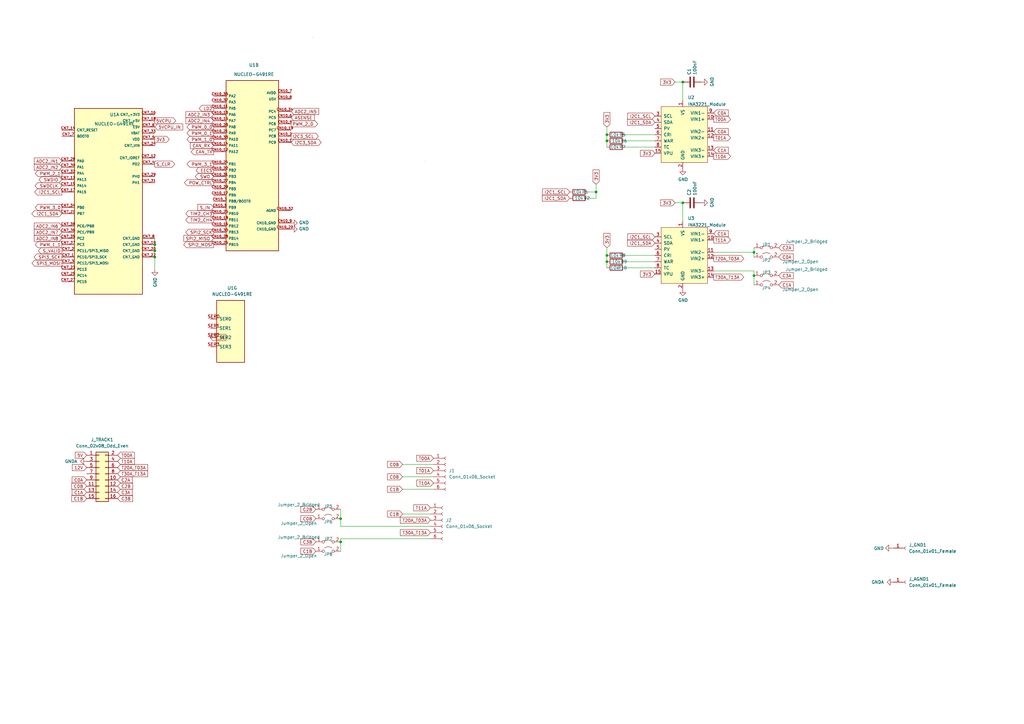
<source format=kicad_sch>
(kicad_sch (version 20230121) (generator eeschema)
  (paper "A3")
  (title_block (title "Template G4 V2") (date "2024-01-07") (company "DBN"))
  (junction (at 309.245 103.505))
  (junction (at 280.035 33.655))
  (junction (at 139.7 222.25))
  (junction (at 248.92 104.775))
  (junction (at 63.5 102.87))
  (junction (at 244.475 78.74))
  (junction (at 63.5 105.41))
  (junction (at 309.245 113.03))
  (junction (at 280.035 83.185))
  (junction (at 139.7 212.725))
  (junction (at 248.92 55.245))
  (junction (at 248.92 107.315))
  (junction (at 248.92 57.785))
  (junction (at 63.5 100.33))
  (wire (pts (xy 139.7 212.725) (xy 139.7 215.9)))
  (wire (pts (xy 248.92 52.07) (xy 248.92 55.245)))
  (wire (pts (xy 276.86 33.655) (xy 280.035 33.655)))
  (wire (pts (xy 280.035 83.185) (xy 280.035 90.805)))
  (wire (pts (xy 63.5 105.41) (xy 63.5 110.49)))
  (wire (pts (xy 256.54 55.245) (xy 268.605 55.245)))
  (wire (pts (xy 139.7 222.25) (xy 139.7 226.06)))
  (wire (pts (xy 309.245 101.6) (xy 309.245 103.505)))
  (wire (pts (xy 292.735 111.125) (xy 309.245 111.125)))
  (wire (pts (xy 309.245 111.125) (xy 309.245 113.03)))
  (wire (pts (xy 244.475 78.74) (xy 244.475 81.28)))
  (wire (pts (xy 256.54 107.315) (xy 268.605 107.315)))
  (wire (pts (xy 139.7 220.98) (xy 139.7 222.25)))
  (wire (pts (xy 63.5 102.87) (xy 63.5 105.41)))
  (wire (pts (xy 165.1 195.58) (xy 177.8 195.58)))
  (wire (pts (xy 248.92 107.315) (xy 248.92 109.855)))
  (wire (pts (xy 256.54 57.785) (xy 268.605 57.785)))
  (wire (pts (xy 248.92 104.775) (xy 248.92 107.315)))
  (wire (pts (xy 176.53 220.98) (xy 139.7 220.98)))
  (wire (pts (xy 309.245 103.505) (xy 309.245 105.41)))
  (wire (pts (xy 292.735 103.505) (xy 309.245 103.505)))
  (wire (pts (xy 241.3 81.28) (xy 244.475 81.28)))
  (wire (pts (xy 241.3 78.74) (xy 244.475 78.74)))
  (wire (pts (xy 248.92 57.785) (xy 248.92 60.325)))
  (wire (pts (xy 63.5 97.79) (xy 63.5 100.33)))
  (wire (pts (xy 256.54 109.855) (xy 268.605 109.855)))
  (wire (pts (xy 365.76 224.79) (xy 366.395 224.79)))
  (wire (pts (xy 276.86 83.185) (xy 280.035 83.185)))
  (wire (pts (xy 139.7 215.9) (xy 176.53 215.9)))
  (wire (pts (xy 248.92 101.6) (xy 248.92 104.775)))
  (wire (pts (xy 139.7 208.915) (xy 139.7 212.725)))
  (wire (pts (xy 244.475 75.565) (xy 244.475 78.74)))
  (wire (pts (xy 256.54 60.325) (xy 268.605 60.325)))
  (wire (pts (xy 280.035 33.655) (xy 280.035 41.275)))
  (wire (pts (xy 165.1 210.82) (xy 176.53 210.82)))
  (wire (pts (xy 256.54 104.775) (xy 268.605 104.775)))
  (wire (pts (xy 165.1 200.66) (xy 177.8 200.66)))
  (wire (pts (xy 309.245 113.03) (xy 309.245 116.84)))
  (wire (pts (xy 63.5 100.33) (xy 63.5 102.87)))
  (wire (pts (xy 165.1 190.5) (xy 177.8 190.5)))
  (wire (pts (xy 248.92 55.245) (xy 248.92 57.785)))
  (global_label "C0A" (shape input) (at 319.405 105.41 0) (property "Intersheetrefs" "${INTERSHEET_REFS}" (effects hide)))
  (global_label "T20A_T03A" (shape input) (at 176.53 213.36 180) (property "Intersheetrefs" "${INTERSHEET_REFS}" (effects hide)))
  (global_label "PWM_3_1" (shape output) (at 87.63 67.31 180) (property "Intersheetrefs" "${INTERSHEET_REFS}" (effects hide)))
  (global_label "C3A" (shape input) (at 319.405 113.03 0) (property "Intersheetrefs" "${INTERSHEET_REFS}" (effects hide)))
  (global_label "PWM_2_0" (shape output) (at 119.38 50.8 0) (property "Intersheetrefs" "${INTERSHEET_REFS}" (effects hide)))
  (global_label "T30A_T13A" (shape input) (at 176.53 218.44 180) (property "Intersheetrefs" "${INTERSHEET_REFS}" (effects hide)))
  (global_label "T11A" (shape output) (at 292.735 98.425 0) (property "Intersheetrefs" "${INTERSHEET_REFS}" (effects hide)))
  (global_label "T01A" (shape input) (at 177.8 193.04 180) (property "Intersheetrefs" "${INTERSHEET_REFS}" (effects hide)))
  (global_label "T30A_T13A" (shape output) (at 292.735 113.665 0) (property "Intersheetrefs" "${INTERSHEET_REFS}" (effects hide)))
  (global_label "I2C3_SDA" (shape bidirectional) (at 119.38 58.42 0) (property "Intersheetrefs" "${INTERSHEET_REFS}" (effects hide)))
  (global_label "I2C1_SCL" (shape input) (at 268.605 47.625 180) (property "Intersheetrefs" "${INTERSHEET_REFS}" (effects hide)))
  (global_label "C3B" (shape input) (at 129.54 222.25 180) (property "Intersheetrefs" "${INTERSHEET_REFS}" (effects hide)))
  (global_label "T10A" (shape input) (at 48.26 189.23 0) (property "Intersheetrefs" "${INTERSHEET_REFS}" (effects hide)))
  (global_label "C0B" (shape input) (at 165.1 190.5 180) (property "Intersheetrefs" "${INTERSHEET_REFS}" (effects hide)))
  (global_label "C1B" (shape input) (at 35.56 204.47 180) (property "Intersheetrefs" "${INTERSHEET_REFS}" (effects hide)))
  (global_label "C0B" (shape input) (at 129.54 212.725 180) (property "Intersheetrefs" "${INTERSHEET_REFS}" (effects hide)))
  (global_label "T10A" (shape output) (at 292.735 64.135 0) (property "Intersheetrefs" "${INTERSHEET_REFS}" (effects hide)))
  (global_label "SWO" (shape bidirectional) (at 87.63 72.39 180) (property "Intersheetrefs" "${INTERSHEET_REFS}" (effects hide)))
  (global_label "S_VALID" (shape output) (at 25.4 102.87 180) (property "Intersheetrefs" "${INTERSHEET_REFS}" (effects hide)))
  (global_label "C0B" (shape input) (at 35.56 199.39 180) (property "Intersheetrefs" "${INTERSHEET_REFS}" (effects hide)))
  (global_label "T00A" (shape input) (at 48.26 186.69 0) (property "Intersheetrefs" "${INTERSHEET_REFS}" (effects hide)))
  (global_label "T20A_T03A" (shape output) (at 292.735 106.045 0) (property "Intersheetrefs" "${INTERSHEET_REFS}" (effects hide)))
  (global_label "I2C1_SDA" (shape input) (at 268.605 99.695 180) (property "Intersheetrefs" "${INTERSHEET_REFS}" (effects hide)))
  (global_label "PWM_2_1" (shape output) (at 25.4 71.12 180) (property "Intersheetrefs" "${INTERSHEET_REFS}" (effects hide)))
  (global_label "T01A" (shape output) (at 292.735 56.515 0) (property "Intersheetrefs" "${INTERSHEET_REFS}" (effects hide)))
  (global_label "I2C1_SDA" (shape bidirectional) (at 25.4 87.63 180) (property "Intersheetrefs" "${INTERSHEET_REFS}" (effects hide)))
  (global_label "C0B" (shape input) (at 165.1 195.58 180) (property "Intersheetrefs" "${INTERSHEET_REFS}" (effects hide)))
  (global_label "5V" (shape input) (at 35.56 186.69 180) (property "Intersheetrefs" "${INTERSHEET_REFS}" (effects hide)))
  (global_label "3V3" (shape input) (at 276.86 83.185 180) (property "Intersheetrefs" "${INTERSHEET_REFS}" (effects hide)))
  (global_label "C0A" (shape input) (at 292.735 46.355 0) (property "Intersheetrefs" "${INTERSHEET_REFS}" (effects hide)))
  (global_label "C1A" (shape input) (at 319.405 116.84 0) (property "Intersheetrefs" "${INTERSHEET_REFS}" (effects hide)))
  (global_label "LD2" (shape output) (at 87.63 44.45 180) (property "Intersheetrefs" "${INTERSHEET_REFS}" (effects hide)))
  (global_label "T00A" (shape output) (at 292.735 48.895 0) (property "Intersheetrefs" "${INTERSHEET_REFS}" (effects hide)))
  (global_label "S_IN" (shape output) (at 92.71 138.43 180) (property "Intersheetrefs" "${INTERSHEET_REFS}" (effects hide)))
  (global_label "SPI2_MOSI" (shape output) (at 87.63 100.33 180) (property "Intersheetrefs" "${INTERSHEET_REFS}" (effects hide)))
  (global_label "I2C1_SDA" (shape input) (at 268.605 50.165 180) (property "Intersheetrefs" "${INTERSHEET_REFS}" (effects hide)))
  (global_label "C3A" (shape input) (at 48.26 201.93 0) (property "Intersheetrefs" "${INTERSHEET_REFS}" (effects hide)))
  (global_label "PWM_0_0" (shape output) (at 87.63 52.07 180) (property "Intersheetrefs" "${INTERSHEET_REFS}" (effects hide)))
  (global_label "PWM_1_1" (shape output) (at 25.4 100.33 180) (property "Intersheetrefs" "${INTERSHEET_REFS}" (effects hide)))
  (global_label "ADC2_IN2" (shape input) (at 25.4 68.58 180) (property "Intersheetrefs" "${INTERSHEET_REFS}" (effects hide)))
  (global_label "C0A" (shape input) (at 35.56 196.85 180) (property "Intersheetrefs" "${INTERSHEET_REFS}" (effects hide)))
  (global_label "TIM2_CH4" (shape output) (at 87.63 90.17 180) (property "Intersheetrefs" "${INTERSHEET_REFS}" (effects hide)))
  (global_label "SPI3_MOSI" (shape output) (at 25.4 107.95 180) (property "Intersheetrefs" "${INTERSHEET_REFS}" (effects hide)))
  (global_label "I2C1_SDA" (shape input) (at 233.68 81.28 180) (property "Intersheetrefs" "${INTERSHEET_REFS}" (effects hide)))
  (global_label "ADC2_IN6" (shape input) (at 25.4 92.71 180) (property "Intersheetrefs" "${INTERSHEET_REFS}" (effects hide)))
  (global_label "ADC2_IN4" (shape input) (at 87.63 49.53 180) (property "Intersheetrefs" "${INTERSHEET_REFS}" (effects hide)))
  (global_label "3V3" (shape input) (at 276.86 33.655 180) (property "Intersheetrefs" "${INTERSHEET_REFS}" (effects hide)))
  (global_label "C1A" (shape input) (at 292.735 95.885 0) (property "Intersheetrefs" "${INTERSHEET_REFS}" (effects hide)))
  (global_label "ADC2_IN3" (shape input) (at 87.63 46.99 180) (property "Intersheetrefs" "${INTERSHEET_REFS}" (effects hide)))
  (global_label "3V3" (shape input) (at 244.475 75.565 90) (property "Intersheetrefs" "${INTERSHEET_REFS}" (effects hide)))
  (global_label "CAN_TX" (shape output) (at 87.63 62.23 180) (property "Intersheetrefs" "${INTERSHEET_REFS}" (effects hide)))
  (global_label "TIM2_CH3" (shape output) (at 87.63 87.63 180) (property "Intersheetrefs" "${INTERSHEET_REFS}" (effects hide)))
  (global_label "C0A" (shape input) (at 292.735 53.975 0) (property "Intersheetrefs" "${INTERSHEET_REFS}" (effects hide)))
  (global_label "C1B" (shape input) (at 129.54 226.06 180) (property "Intersheetrefs" "${INTERSHEET_REFS}" (effects hide)))
  (global_label "POW_CTRL" (shape output) (at 87.63 74.93 180) (property "Intersheetrefs" "${INTERSHEET_REFS}" (effects hide)))
  (global_label "SPI2_MISO" (shape input) (at 87.63 97.79 180) (property "Intersheetrefs" "${INTERSHEET_REFS}" (effects hide)))
  (global_label "C1B" (shape input) (at 165.1 210.82 180) (property "Intersheetrefs" "${INTERSHEET_REFS}" (effects hide)))
  (global_label "ADC2_IN1" (shape input) (at 25.4 66.04 180) (property "Intersheetrefs" "${INTERSHEET_REFS}" (effects hide)))
  (global_label "ASENSE" (shape input) (at 119.38 48.26 0) (property "Intersheetrefs" "${INTERSHEET_REFS}" (effects hide)))
  (global_label "S_IN" (shape input) (at 87.63 85.09 180) (property "Intersheetrefs" "${INTERSHEET_REFS}" (effects hide)))
  (global_label "T30A_T13A" (shape input) (at 48.26 194.31 0) (property "Intersheetrefs" "${INTERSHEET_REFS}" (effects hide)))
  (global_label "T20A_T03A" (shape input) (at 48.26 191.77 0) (property "Intersheetrefs" "${INTERSHEET_REFS}" (effects hide)))
  (global_label "S_CLR" (shape output) (at 63.5 67.31 0) (property "Intersheetrefs" "${INTERSHEET_REFS}" (effects hide)))
  (global_label "3V3" (shape input) (at 268.605 112.395 180) (property "Intersheetrefs" "${INTERSHEET_REFS}" (effects hide)))
  (global_label "SWDIO" (shape bidirectional) (at 25.4 73.66 180) (property "Intersheetrefs" "${INTERSHEET_REFS}" (effects hide)))
  (global_label "ADC2_IN8" (shape input) (at 25.4 97.79 180) (property "Intersheetrefs" "${INTERSHEET_REFS}" (effects hide)))
  (global_label "I2C1_SCL" (shape input) (at 233.68 78.74 180) (property "Intersheetrefs" "${INTERSHEET_REFS}" (effects hide)))
  (global_label "C3B" (shape input) (at 48.26 204.47 0) (property "Intersheetrefs" "${INTERSHEET_REFS}" (effects hide)))
  (global_label "PWM_3_0" (shape output) (at 25.4 85.09 180) (property "Intersheetrefs" "${INTERSHEET_REFS}" (effects hide)))
  (global_label "C2B" (shape input) (at 48.26 199.39 0) (property "Intersheetrefs" "${INTERSHEET_REFS}" (effects hide)))
  (global_label "PWM_0_1" (shape output) (at 87.63 54.61 180) (property "Intersheetrefs" "${INTERSHEET_REFS}" (effects hide)))
  (global_label "5VCPU" (shape output) (at 63.5 49.53 0) (property "Intersheetrefs" "${INTERSHEET_REFS}" (effects hide)))
  (global_label "C2B" (shape input) (at 129.54 208.915 180) (property "Intersheetrefs" "${INTERSHEET_REFS}" (effects hide)))
  (global_label "EECS" (shape output) (at 87.63 69.85 180) (property "Intersheetrefs" "${INTERSHEET_REFS}" (effects hide)))
  (global_label "CAN_RX" (shape input) (at 87.63 59.69 180) (property "Intersheetrefs" "${INTERSHEET_REFS}" (effects hide)))
  (global_label "T00A" (shape input) (at 177.8 187.96 180) (property "Intersheetrefs" "${INTERSHEET_REFS}" (effects hide)))
  (global_label "12V" (shape input) (at 35.56 191.77 180) (property "Intersheetrefs" "${INTERSHEET_REFS}" (effects hide)))
  (global_label "SPI3_SCK" (shape output) (at 25.4 105.41 180) (property "Intersheetrefs" "${INTERSHEET_REFS}" (effects hide)))
  (global_label "I2C3_SCL" (shape output) (at 119.38 55.88 0) (property "Intersheetrefs" "${INTERSHEET_REFS}" (effects hide)))
  (global_label "SWDCLK" (shape bidirectional) (at 25.4 76.2 180) (property "Intersheetrefs" "${INTERSHEET_REFS}" (effects hide)))
  (global_label "5VCPU_IN" (shape input) (at 63.5 52.07 0) (property "Intersheetrefs" "${INTERSHEET_REFS}" (effects hide)))
  (global_label "3V3" (shape input) (at 268.605 62.865 180) (property "Intersheetrefs" "${INTERSHEET_REFS}" (effects hide)))
  (global_label "C2A" (shape input) (at 48.26 196.85 0) (property "Intersheetrefs" "${INTERSHEET_REFS}" (effects hide)))
  (global_label "C1A" (shape input) (at 35.56 201.93 180) (property "Intersheetrefs" "${INTERSHEET_REFS}" (effects hide)))
  (global_label "ADC2_IN7" (shape input) (at 25.4 95.25 180) (property "Intersheetrefs" "${INTERSHEET_REFS}" (effects hide)))
  (global_label "T10A" (shape input) (at 177.8 198.12 180) (property "Intersheetrefs" "${INTERSHEET_REFS}" (effects hide)))
  (global_label "C1A" (shape input) (at 292.735 61.595 0) (property "Intersheetrefs" "${INTERSHEET_REFS}" (effects hide)))
  (global_label "I2C1_SCL" (shape output) (at 25.4 78.74 180) (property "Intersheetrefs" "${INTERSHEET_REFS}" (effects hide)))
  (global_label "C2A" (shape input) (at 319.405 101.6 0) (property "Intersheetrefs" "${INTERSHEET_REFS}" (effects hide)))
  (global_label "PWM_1_0" (shape output) (at 87.63 57.15 180) (property "Intersheetrefs" "${INTERSHEET_REFS}" (effects hide)))
  (global_label "C1B" (shape input) (at 165.1 200.66 180) (property "Intersheetrefs" "${INTERSHEET_REFS}" (effects hide)))
  (global_label "T11A" (shape input) (at 176.53 208.28 180) (property "Intersheetrefs" "${INTERSHEET_REFS}" (effects hide)))
  (global_label "SPI2_SCK" (shape output) (at 87.63 95.25 180) (property "Intersheetrefs" "${INTERSHEET_REFS}" (effects hide)))
  (global_label "3V3" (shape input) (at 248.92 52.07 90) (property "Intersheetrefs" "${INTERSHEET_REFS}" (effects hide)))
  (global_label "3V3" (shape input) (at 248.92 101.6 90) (property "Intersheetrefs" "${INTERSHEET_REFS}" (effects hide)))
  (global_label "I2C1_SCL" (shape input) (at 268.605 97.155 180) (property "Intersheetrefs" "${INTERSHEET_REFS}" (effects hide)))
  (global_label "3V3" (shape output) (at 63.5 57.15 0) (property "Intersheetrefs" "${INTERSHEET_REFS}" (effects hide)))
  (global_label "ADC2_IN5" (shape input) (at 119.38 45.72 0) (property "Intersheetrefs" "${INTERSHEET_REFS}" (effects hide)))
  (symbol (lib_id "Jumper:Jumper_2_Open") (at 314.325 116.84 0) (unit 1)
    (property "Reference" "JP4" (at 314.325 118.11 0))
    (property "Value" "Jumper_2_Open" (at 328.295 118.745 0))
    (property "Footprint" "Connector_PinHeader_2.54mm:PinHeader_1x02_P2.54mm_Vertical" (effects hide))
  )
  (symbol (lib_id "Connector_Generic:Conn_02x08_Odd_Even") (at 40.64 194.31 0) (unit 1)
    (property "Reference" "J_TRACK1" (at 41.91 180.34 0))
    (property "Value" "Conn_02x08_Odd_Even" (at 41.91 182.88 0))
    (property "Footprint" "Connector_PinHeader_2.54mm:PinHeader_2x08_P2.54mm_Vertical" (effects hide))
  )
  (symbol (lib_id "Device:R") (at 237.49 81.28 90) (unit 1)
    (property "Reference" "R2" (at 240.665 81.28 90))
    (property "Value" "10k" (at 237.49 81.28 90))
    (property "Footprint" "Resistor_THT:R_Axial_DIN0207_L6.3mm_D2.5mm_P7.62mm_Horizontal" (effects hide))
  )
  (symbol (lib_id "power:GNDA") (at 366.395 238.76 270) (unit 1)
    (property "Reference" "#PWR08" (effects hide))
    (property "Value" "GNDA" (at 362.585 238.76 90) (effects (justify right)))
  )
  (symbol (lib_id "power:GND") (at 63.5 110.49 0) (unit 1)
    (property "Reference" "#PWR0104" (effects hide))
    (property "Value" "GND" (at 63.627 113.7412 90) (effects (justify right)))
  )
  (symbol (lib_id "Connector:Conn_01x01_Female") (at 371.475 224.79 0) (unit 1)
    (property "Reference" "J_GND1" (at 372.745 223.52 0) (effects (justify left)))
    (property "Value" "Conn_01x01_Female" (at 372.745 226.06 0) (effects (justify left)))
    (property "Footprint" "Connector_PinHeader_2.54mm:PinHeader_1x01_P2.54mm_Vertical" (effects hide))
  )
  (symbol (lib_id "power:GND") (at 119.38 91.44 90) (unit 1)
    (property "Reference" "#PWR03" (effects hide))
    (property "Value" "GND" (at 122.6312 91.313 90) (effects (justify right)))
  )
  (symbol (lib_id "Device:C") (at 283.845 83.185 270) (unit 1)
    (property "Reference" "C2" (at 282.6766 80.264 0) (effects (justify right)))
    (property "Value" "100nF" (at 284.988 80.264 0) (effects (justify right)))
    (property "Footprint" "Capacitor_THT:C_Disc_D3.4mm_W2.1mm_P2.50mm" (effects hide))
  )
  (symbol (lib_id "nucleo64:NUCLEO-G491RE_SER") (at 93.98 137.16 0) (unit 7)
    (property "Reference" "U1" (at 95.25 118.11 0))
    (property "Value" "NUCLEO-G491RE" (at 95.25 120.65 0))
    (property "Footprint" "G4Lib:MODULE_NUCLEO-G491RE20noar" (effects hide))
    (property "MANUFACTURER" "STMicroelectronics" (effects hide))
    (property "PARTREV" "13" (effects hide))
  )
  (symbol (lib_name "NUCLEO-G491RE_SER_1") (lib_id "nucleo64:NUCLEO-G491RE_SER") (at 105.41 66.04 0) (unit 2)
    (property "Reference" "U1" (at 104.14 26.67 0))
    (property "Value" "NUCLEO-G491RE" (at 104.14 30.48 0))
    (property "Footprint" "G4Lib:MODULE_NUCLEO-G491RE20noar" (effects hide))
    (property "MANUFACTURER" "STMicroelectronics" (effects hide))
    (property "PARTREV" "13" (effects hide))
  )
  (symbol (lib_id "Device:R") (at 252.73 55.245 90) (unit 1)
    (property "Reference" "R5" (at 255.27 55.245 90))
    (property "Value" "10k" (at 252.095 55.245 90))
    (property "Footprint" "Resistor_THT:R_Axial_DIN0207_L6.3mm_D2.5mm_P7.62mm_Horizontal" (effects hide))
  )
  (symbol (lib_id "Device:R") (at 252.73 60.325 90) (unit 1)
    (property "Reference" "R7" (at 255.27 60.325 90))
    (property "Value" "10k" (at 252.095 60.325 90))
    (property "Footprint" "Resistor_THT:R_Axial_DIN0207_L6.3mm_D2.5mm_P7.62mm_Horizontal" (effects hide))
  )
  (symbol (lib_id "power:GND") (at 287.655 83.185 90) (unit 1)
    (property "Reference" "#PWR07" (effects hide))
    (property "Value" "GND" (at 292.0492 83.058 0))
  )
  (symbol (lib_id "power:GND") (at 287.655 33.655 90) (unit 1)
    (property "Reference" "#PWR06" (effects hide))
    (property "Value" "GND" (at 292.0492 33.528 0))
  )
  (symbol (lib_id "Device:R") (at 252.73 57.785 90) (unit 1)
    (property "Reference" "R6" (at 255.905 57.785 90))
    (property "Value" "10k" (at 252.73 57.785 90))
    (property "Footprint" "Resistor_THT:R_Axial_DIN0207_L6.3mm_D2.5mm_P7.62mm_Horizontal" (effects hide))
  )
  (symbol (lib_id "Connector:Conn_01x01_Female") (at 371.475 238.76 0) (unit 1)
    (property "Reference" "J_AGND1" (at 372.745 237.49 0) (effects (justify left)))
    (property "Value" "Conn_01x01_Female" (at 372.745 240.03 0) (effects (justify left)))
    (property "Footprint" "Connector_PinHeader_2.54mm:PinHeader_1x01_P2.54mm_Vertical" (effects hide))
  )
  (symbol (lib_id "power:GND") (at 119.38 93.98 90) (unit 1)
    (property "Reference" "#PWR0105" (effects hide))
    (property "Value" "GND" (at 122.6312 93.853 90) (effects (justify right)))
  )
  (symbol (lib_id "Device:R") (at 252.73 109.855 90) (unit 1)
    (property "Reference" "R10" (at 255.27 109.855 90))
    (property "Value" "10k" (at 252.095 109.855 90))
    (property "Footprint" "Resistor_THT:R_Axial_DIN0207_L6.3mm_D2.5mm_P7.62mm_Horizontal" (effects hide))
  )
  (symbol (lib_id "jwm_kicad_symbols_misc:INA3221_Module") (at 280.035 104.775 0) (unit 1)
    (property "Reference" "U3" (at 282.0544 89.5055 0) (effects (justify left)))
    (property "Value" "INA3221_Module" (at 282.0544 92.2806 0) (effects (justify left)))
    (property "Footprint" "G4Lib:INA3221_Module" (effects hide))
  )
  (symbol (lib_id "Connector:Conn_01x06_Socket") (at 182.88 193.04 0) (unit 1)
    (property "Reference" "J1" (at 184.15 193.04 0) (effects (justify left)))
    (property "Value" "Conn_01x06_Socket" (at 184.15 195.58 0) (effects (justify left)))
    (property "Footprint" "Connector_PinHeader_2.54mm:PinHeader_1x06_P2.54mm_Vertical" (effects hide))
  )
  (symbol (lib_id "Jumper:Jumper_2_Bridged") (at 134.62 222.25 0) (unit 1)
    (property "Reference" "JP7" (at 134.62 220.98 0))
    (property "Value" "Jumper_2_Bridged" (at 122.555 220.345 0))
    (property "Footprint" "Connector_PinHeader_2.54mm:PinHeader_1x02_P2.54mm_Vertical" (effects hide))
  )
  (symbol (lib_id "power:GND") (at 280.035 118.745 0) (unit 1)
    (property "Reference" "#PWR04" (effects hide))
    (property "Value" "GND" (at 280.162 123.1392 0))
  )
  (symbol (lib_id "Jumper:Jumper_2_Open") (at 134.62 212.725 0) (unit 1)
    (property "Reference" "JP6" (at 134.62 213.995 0))
    (property "Value" "Jumper_2_Open" (at 122.555 214.63 0))
    (property "Footprint" "Connector_PinHeader_2.54mm:PinHeader_1x02_P2.54mm_Vertical" (effects hide))
  )
  (symbol (lib_id "power:GND") (at 280.035 69.215 0) (unit 1)
    (property "Reference" "#PWR02" (effects hide))
    (property "Value" "GND" (at 280.162 73.6092 0))
  )
  (symbol (lib_id "Device:R") (at 252.73 104.775 90) (unit 1)
    (property "Reference" "R8" (at 255.27 104.775 90))
    (property "Value" "10k" (at 252.095 104.775 90))
    (property "Footprint" "Resistor_THT:R_Axial_DIN0207_L6.3mm_D2.5mm_P7.62mm_Horizontal" (effects hide))
  )
  (symbol (lib_id "Device:C") (at 283.845 33.655 270) (unit 1)
    (property "Reference" "C1" (at 282.6766 30.734 0) (effects (justify right)))
    (property "Value" "100nF" (at 284.988 30.734 0) (effects (justify right)))
    (property "Footprint" "Capacitor_THT:C_Disc_D3.4mm_W2.1mm_P2.50mm" (effects hide))
  )
  (symbol (lib_id "power:GNDA") (at 35.56 189.23 270) (unit 1)
    (property "Reference" "#PWR05" (effects hide))
    (property "Value" "GNDA" (at 31.75 189.23 90) (effects (justify right)))
  )
  (symbol (lib_id "Device:R") (at 252.73 107.315 90) (unit 1)
    (property "Reference" "R9" (at 255.905 107.315 90))
    (property "Value" "10k" (at 252.73 107.315 90))
    (property "Footprint" "Resistor_THT:R_Axial_DIN0207_L6.3mm_D2.5mm_P7.62mm_Horizontal" (effects hide))
  )
  (symbol (lib_id "jwm_kicad_symbols_misc:INA3221_Module") (at 280.035 55.245 0) (unit 1)
    (property "Reference" "U2" (at 282.0544 39.9755 0) (effects (justify left)))
    (property "Value" "INA3221_Module" (at 282.0544 42.7506 0) (effects (justify left)))
    (property "Footprint" "G4Lib:INA3221_Module" (effects hide))
  )
  (symbol (lib_id "power:GND") (at 365.76 224.79 270) (unit 1)
    (property "Reference" "#PWR0113" (effects hide))
    (property "Value" "GND" (at 362.5088 224.917 90) (effects (justify right)))
  )
  (symbol (lib_id "Jumper:Jumper_2_Open") (at 134.62 226.06 0) (unit 1)
    (property "Reference" "JP8" (at 134.62 227.33 0))
    (property "Value" "Jumper_2_Open" (at 122.555 227.965 0))
    (property "Footprint" "Connector_PinHeader_2.54mm:PinHeader_1x02_P2.54mm_Vertical" (effects hide))
  )
  (symbol (lib_id "Jumper:Jumper_2_Open") (at 314.325 105.41 0) (unit 1)
    (property "Reference" "JP2" (at 314.325 106.68 0))
    (property "Value" "Jumper_2_Open" (at 328.295 107.315 0))
    (property "Footprint" "Connector_PinHeader_2.54mm:PinHeader_1x02_P2.54mm_Vertical" (effects hide))
  )
  (symbol (lib_id "Jumper:Jumper_2_Bridged") (at 314.325 101.6 0) (unit 1)
    (property "Reference" "JP1" (at 314.325 100.33 0))
    (property "Value" "Jumper_2_Bridged" (at 330.835 99.06 0))
    (property "Footprint" "Connector_PinHeader_2.54mm:PinHeader_1x02_P2.54mm_Vertical" (effects hide))
  )
  (symbol (lib_id "Jumper:Jumper_2_Bridged") (at 314.325 113.03 0) (unit 1)
    (property "Reference" "JP3" (at 314.325 111.76 0))
    (property "Value" "Jumper_2_Bridged" (at 330.835 110.49 0))
    (property "Footprint" "Connector_PinHeader_2.54mm:PinHeader_1x02_P2.54mm_Vertical" (effects hide))
  )
  (symbol (lib_name "NUCLEO-G491RE_SER_2") (lib_id "nucleo64:NUCLEO-G491RE_SER") (at 48.26 86.36 0) (unit 1)
    (property "Reference" "U1" (at 46.99 46.99 0))
    (property "Value" "NUCLEO-G491RE" (at 46.99 50.8 0))
    (property "Footprint" "G4Lib:MODULE_NUCLEO-G491RE20noar" (effects hide))
    (property "MANUFACTURER" "STMicroelectronics" (effects hide))
    (property "PARTREV" "13" (effects hide))
  )
  (symbol (lib_id "Jumper:Jumper_2_Bridged") (at 134.62 208.915 0) (unit 1)
    (property "Reference" "JP5" (at 134.62 207.645 0))
    (property "Value" "Jumper_2_Bridged" (at 122.555 207.01 0))
    (property "Footprint" "Connector_PinHeader_2.54mm:PinHeader_1x02_P2.54mm_Vertical" (effects hide))
  )
  (symbol (lib_id "Connector:Conn_01x06_Socket") (at 181.61 213.36 0) (unit 1)
    (property "Reference" "J2" (at 182.88 213.36 0) (effects (justify left)))
    (property "Value" "Conn_01x06_Socket" (at 182.88 215.9 0) (effects (justify left)))
    (property "Footprint" "Connector_PinHeader_2.54mm:PinHeader_1x06_P2.54mm_Vertical" (effects hide))
  )
  (symbol (lib_id "Device:R") (at 237.49 78.74 90) (unit 1)
    (property "Reference" "R1" (at 240.03 78.74 90))
    (property "Value" "10k" (at 236.855 78.74 90))
    (property "Footprint" "Resistor_THT:R_Axial_DIN0207_L6.3mm_D2.5mm_P7.62mm_Horizontal" (effects hide))
  )
)
</source>
